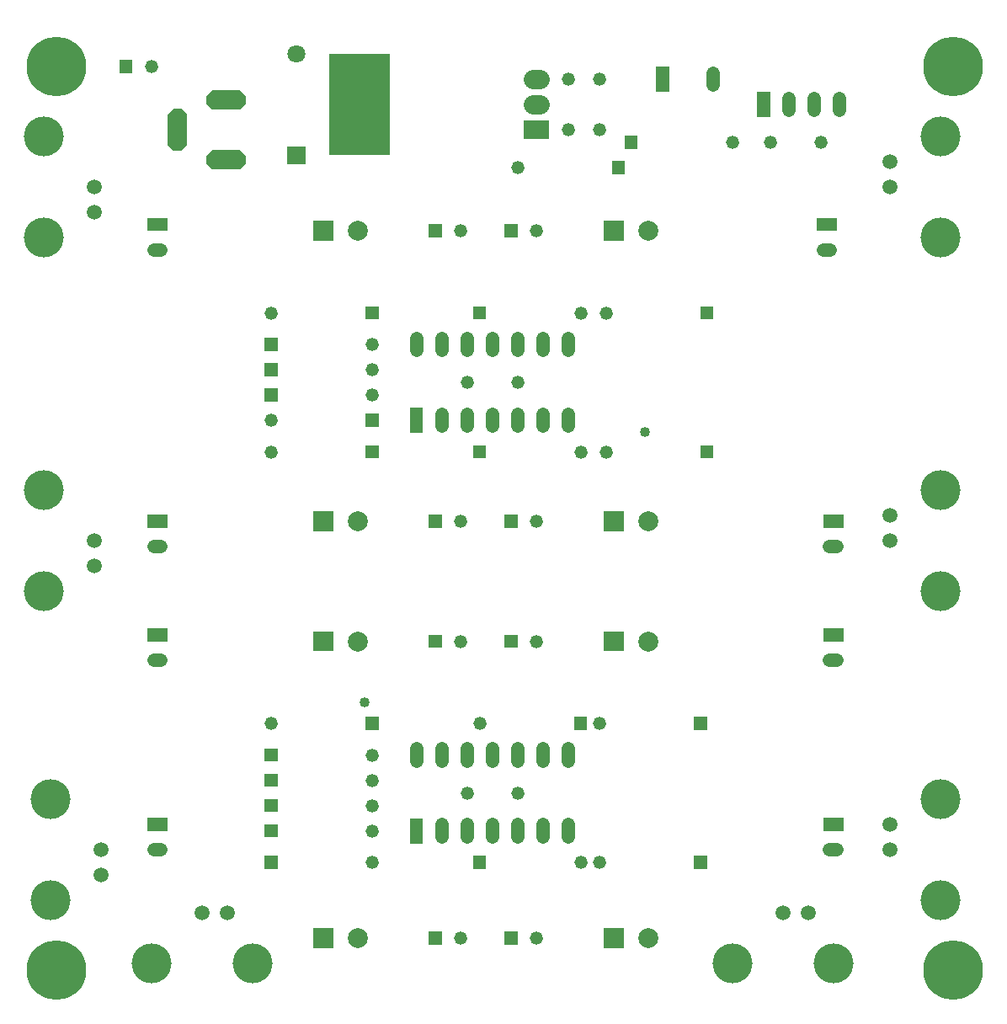
<source format=gbs>
%FSLAX24Y24*%
%MOIN*%
%ADD10C,0.0400*%
%ADD11C,0.0520*%
%ADD12C,0.0591*%
%ADD13C,0.0709*%
%ADD14C,0.0750*%
%ADD15C,0.0787*%
%ADD16C,0.1575*%
%ADD17C,0.2362*%
D10*
G01X14185Y12352D03*
X25299Y23037D03*
D11*
G01X23500Y34999D03*
X23500Y37000D03*
X22250Y37000D03*
X22250Y35000D03*
X5750Y37500D03*
X20249Y33500D03*
X28750Y34500D03*
X14500Y25500D03*
X23750Y27750D03*
X18000Y31000D03*
X21000Y31000D03*
X14500Y26500D03*
X22750Y27750D03*
X14500Y24500D03*
X23750Y22250D03*
X18000Y19500D03*
X21000Y19500D03*
X10500Y23500D03*
X22750Y22250D03*
X20250Y25000D03*
X18250Y25000D03*
X20250Y8749D03*
X18250Y8749D03*
X14500Y9250D03*
X23500Y11500D03*
X18000Y14750D03*
X21000Y14750D03*
X14500Y10250D03*
X18750Y11500D03*
X14500Y8250D03*
X14500Y7250D03*
X23500Y6000D03*
X18000Y3000D03*
X21000Y3000D03*
X22750Y6000D03*
X10500Y27750D03*
X10500Y22250D03*
X10500Y11500D03*
X14500Y6000D03*
X32250Y34500D03*
X30250Y34500D03*
X33000Y35760D02*
X33000Y36240D01*
X31000Y35760D02*
X31000Y36240D01*
X32000Y35760D02*
X32000Y36240D01*
X28000Y36759D02*
X28000Y37240D01*
X20249Y26260D02*
X20249Y26740D01*
X18249Y23260D02*
X18249Y23740D01*
X18249Y26260D02*
X18249Y26740D01*
X16249Y26260D02*
X16249Y26740D01*
X20249Y23260D02*
X20249Y23740D01*
X17250Y26260D02*
X17250Y26740D01*
X19250Y26260D02*
X19250Y26740D01*
X21250Y26260D02*
X21250Y26740D01*
X22250Y23260D02*
X22250Y23740D01*
X17250Y23260D02*
X17250Y23740D01*
X19250Y23260D02*
X19250Y23740D01*
X21250Y23260D02*
X21250Y23740D01*
X22250Y26260D02*
X22250Y26740D01*
X20249Y10010D02*
X20249Y10489D01*
X18249Y7009D02*
X18249Y7490D01*
X18249Y10010D02*
X18249Y10489D01*
X16249Y10010D02*
X16249Y10489D01*
X20249Y7009D02*
X20249Y7490D01*
X17250Y10010D02*
X17250Y10489D01*
X19250Y10010D02*
X19250Y10489D01*
X21250Y10010D02*
X21250Y10489D01*
X22250Y7009D02*
X22250Y7490D01*
X17250Y7009D02*
X17250Y7490D01*
X19250Y7009D02*
X19250Y7490D01*
X21250Y7009D02*
X21250Y7490D01*
X22250Y10010D02*
X22250Y10489D01*
X5860Y30250D02*
X6140Y30250D01*
X32360Y30250D02*
X32640Y30250D01*
X5860Y18500D02*
X6140Y18500D01*
X32610Y18500D02*
X32890Y18500D01*
X5860Y13999D02*
X6140Y13999D01*
X32610Y13999D02*
X32890Y13999D01*
X5860Y6499D02*
X6140Y6499D01*
X32610Y6499D02*
X32890Y6499D01*
D12*
G01X3500Y32750D03*
X3500Y31750D03*
X35000Y32750D03*
X35000Y33750D03*
X3500Y18750D03*
X3500Y17750D03*
X3750Y6500D03*
X3750Y5499D03*
X7750Y4000D03*
X8750Y4000D03*
X35000Y18750D03*
X35000Y19750D03*
X35000Y6500D03*
X35000Y7500D03*
X30750Y4000D03*
X31750Y4000D03*
D13*
G01X11500Y38012D03*
D14*
G01X21125Y37000D02*
X20875Y37000D01*
X21125Y36000D02*
X20875Y36000D01*
D15*
G01X13938Y31000D03*
X25438Y31000D03*
X13938Y19500D03*
X25438Y19500D03*
X25438Y14750D03*
X25438Y3000D03*
X13938Y3000D03*
X13938Y14750D03*
D16*
G01X1500Y34750D03*
X1500Y30750D03*
X37000Y30750D03*
X37000Y34750D03*
X1500Y20749D03*
X1500Y16750D03*
X1750Y8500D03*
X1750Y4500D03*
X5750Y2000D03*
X9750Y2000D03*
X37000Y16750D03*
X37000Y20750D03*
X37000Y4500D03*
X37000Y8500D03*
X28750Y2000D03*
X32750Y2000D03*
D17*
G01X2000Y37500D03*
X37500Y37500D03*
X2000Y1750D03*
X37500Y1750D03*
G36*
X9501Y36018D02*G01*
X9271Y35787D01*X8157Y35787D01*X7927Y36018D01*X7927Y36344D01*X8157Y36574D01*X9271Y36574D01*X9501Y36344D01*G37*
G36*
X9501Y33655D02*G01*
X9271Y33425D01*X8157Y33425D01*X7927Y33655D01*X7927Y33981D01*X8157Y34212D01*X9271Y34212D01*X9501Y33981D01*G37*
G36*
X7179Y34403D02*G01*
X6948Y34173D01*X6622Y34173D01*X6391Y34403D01*X6391Y35596D01*X6622Y35826D01*X6948Y35826D01*X7179Y35596D01*G37*
G36*
X11145Y34341D02*G01*
X11145Y33633D01*X11854Y33633D01*X11854Y34341D01*G37*
G36*
X12800Y37999D02*G01*
X12800Y34000D01*X15200Y34000D01*X15200Y37999D01*G37*
G36*
X20500Y35375D02*G01*
X20500Y34625D01*X21500Y34625D01*X21500Y35375D01*G37*
G36*
X5010Y37760D02*G01*
X4490Y37760D01*X4490Y37240D01*X5010Y37240D01*G37*
G36*
X23989Y33240D02*G01*
X24509Y33240D01*X24509Y33760D01*X23989Y33760D01*G37*
G36*
X30260Y36499D02*G01*
X29740Y36499D01*X29740Y35499D01*X30260Y35499D01*G37*
G36*
X25010Y34760D02*G01*
X24490Y34760D01*X24490Y34240D01*X25010Y34240D01*G37*
G36*
X26260Y37500D02*G01*
X25740Y37500D01*X25740Y36499D01*X26260Y36499D01*G37*
G36*
X16509Y24000D02*G01*
X15989Y24000D01*X15989Y23000D01*X16509Y23000D01*G37*
G36*
X16509Y7750D02*G01*
X15989Y7750D01*X15989Y6749D01*X16509Y6749D01*G37*
G36*
X10760Y25760D02*G01*
X10240Y25760D01*X10240Y25240D01*X10760Y25240D01*G37*
G36*
X27490Y27490D02*G01*
X28010Y27490D01*X28010Y28010D01*X27490Y28010D01*G37*
G36*
X17260Y31259D02*G01*
X16740Y31259D01*X16740Y30739D01*X17260Y30739D01*G37*
G36*
X20259Y31259D02*G01*
X19739Y31259D01*X19739Y30739D01*X20259Y30739D01*G37*
G36*
X10760Y26760D02*G01*
X10240Y26760D01*X10240Y26240D01*X10760Y26240D01*G37*
G36*
X19010Y28010D02*G01*
X18490Y28010D01*X18490Y27490D01*X19010Y27490D01*G37*
G36*
X10760Y24760D02*G01*
X10240Y24760D01*X10240Y24240D01*X10760Y24240D01*G37*
G36*
X27490Y21989D02*G01*
X28010Y21989D01*X28010Y22509D01*X27490Y22509D01*G37*
G36*
X17260Y19760D02*G01*
X16740Y19760D01*X16740Y19240D01*X17260Y19240D01*G37*
G36*
X20259Y19760D02*G01*
X19739Y19760D01*X19739Y19240D01*X20259Y19240D01*G37*
G36*
X14239Y23239D02*G01*
X14760Y23239D01*X14760Y23759D01*X14239Y23759D01*G37*
G36*
X19010Y22510D02*G01*
X18490Y22510D01*X18490Y21990D01*X19010Y21990D01*G37*
G36*
X10760Y9510D02*G01*
X10240Y9510D01*X10240Y8990D01*X10760Y8990D01*G37*
G36*
X27239Y11240D02*G01*
X27759Y11240D01*X27759Y11760D01*X27239Y11760D01*G37*
G36*
X17260Y15010D02*G01*
X16740Y15010D01*X16740Y14490D01*X17260Y14490D01*G37*
G36*
X20259Y15010D02*G01*
X19739Y15010D01*X19739Y14490D01*X20259Y14490D01*G37*
G36*
X10760Y10510D02*G01*
X10240Y10510D01*X10240Y9990D01*X10760Y9990D01*G37*
G36*
X22490Y11240D02*G01*
X23010Y11240D01*X23010Y11760D01*X22490Y11760D01*G37*
G36*
X10760Y8510D02*G01*
X10240Y8510D01*X10240Y7990D01*X10760Y7990D01*G37*
G36*
X10760Y7510D02*G01*
X10240Y7510D01*X10240Y6990D01*X10760Y6990D01*G37*
G36*
X27239Y5740D02*G01*
X27759Y5740D01*X27759Y6260D01*X27239Y6260D01*G37*
G36*
X17260Y3260D02*G01*
X16740Y3260D01*X16740Y2740D01*X17260Y2740D01*G37*
G36*
X20259Y3260D02*G01*
X19739Y3260D01*X19739Y2740D01*X20259Y2740D01*G37*
G36*
X19010Y6260D02*G01*
X18490Y6260D01*X18490Y5740D01*X19010Y5740D01*G37*
G36*
X14239Y27490D02*G01*
X14760Y27490D01*X14760Y28010D01*X14239Y28010D01*G37*
G36*
X14239Y21989D02*G01*
X14760Y21989D01*X14760Y22509D01*X14239Y22509D01*G37*
G36*
X14239Y11240D02*G01*
X14760Y11240D01*X14760Y11760D01*X14239Y11760D01*G37*
G36*
X10760Y6260D02*G01*
X10240Y6260D01*X10240Y5740D01*X10760Y5740D01*G37*
G36*
X12954Y31393D02*G01*
X12167Y31393D01*X12167Y30606D01*X12954Y30606D01*G37*
G36*
X24454Y31393D02*G01*
X23667Y31393D01*X23667Y30606D01*X24454Y30606D01*G37*
G36*
X12954Y19893D02*G01*
X12167Y19893D01*X12167Y19106D01*X12954Y19106D01*G37*
G36*
X24454Y19893D02*G01*
X23667Y19893D01*X23667Y19106D01*X24454Y19106D01*G37*
G36*
X24454Y15143D02*G01*
X23667Y15143D01*X23667Y14356D01*X24454Y14356D01*G37*
G36*
X24454Y3393D02*G01*
X23667Y3393D01*X23667Y2606D01*X24454Y2606D01*G37*
G36*
X12954Y3393D02*G01*
X12167Y3393D01*X12167Y2606D01*X12954Y2606D01*G37*
G36*
X12954Y15143D02*G01*
X12167Y15143D01*X12167Y14356D01*X12954Y14356D01*G37*
G36*
X6400Y30990D02*G01*
X6400Y31510D01*X5600Y31510D01*X5600Y30990D01*G37*
G36*
X32900Y30990D02*G01*
X32900Y31510D01*X32100Y31510D01*X32100Y30990D01*G37*
G36*
X6400Y19240D02*G01*
X6400Y19760D01*X5600Y19760D01*X5600Y19240D01*G37*
G36*
X33150Y19240D02*G01*
X33150Y19760D01*X32350Y19760D01*X32350Y19240D01*G37*
G36*
X6400Y14739D02*G01*
X6400Y15259D01*X5600Y15259D01*X5600Y14739D01*G37*
G36*
X33150Y14739D02*G01*
X33150Y15259D01*X32350Y15259D01*X32350Y14739D01*G37*
G36*
X6400Y7239D02*G01*
X6400Y7759D01*X5600Y7759D01*X5600Y7239D01*G37*
G36*
X33150Y7239D02*G01*
X33150Y7759D01*X32350Y7759D01*X32350Y7239D01*G37*
M02*

</source>
